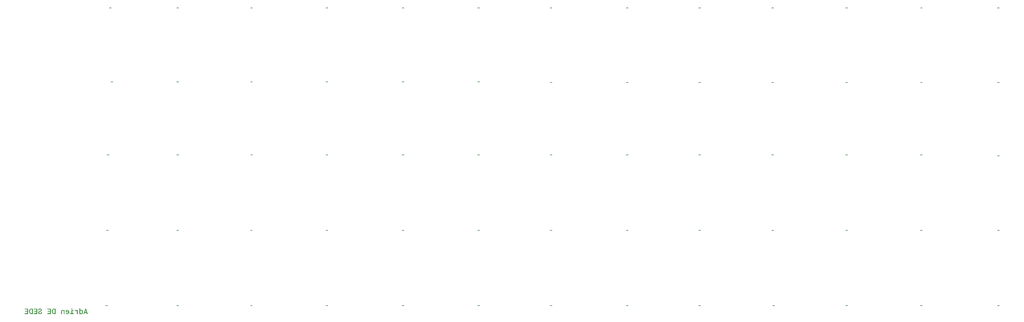
<source format=gbo>
G04 ---------------------------- Layer name :BOTTOM SILK LAYER*
G04 EasyEDA v5.4.12, Fri, 01 Jun 2018 01:53:27 GMT*
G04 b752a15d14d94793b98c049bcf485ef1*
G04 Gerber Generator version 0.2*
G04 Scale: 100 percent, Rotated: No, Reflected: No *
G04 Dimensions in millimeters *
G04 leading zeros omitted , absolute positions ,3 integer and 3 decimal *
%FSLAX33Y33*%
%MOMM*%
G90*
G71D02*

%ADD17C,0.150114*%

%LPD*%
G54D17*
G01X31602Y85495D02*
G01X31102Y85495D01*
G01X49601Y85497D02*
G01X49100Y85497D01*
G01X69400Y85497D02*
G01X68900Y85497D01*
G01X89601Y85497D02*
G01X89100Y85497D01*
G01X109999Y85497D02*
G01X109499Y85497D01*
G01X130202Y85495D02*
G01X129702Y85495D01*
G01X149603Y85495D02*
G01X149103Y85495D01*
G01X169999Y85497D02*
G01X169499Y85497D01*
G01X189402Y85495D02*
G01X188902Y85495D01*
G01X209001Y85495D02*
G01X208500Y85495D01*
G01X228800Y85497D02*
G01X228300Y85497D01*
G01X248803Y85495D02*
G01X248302Y85495D01*
G01X269402Y85495D02*
G01X268902Y85495D01*
G01X32004Y65695D02*
G01X31503Y65695D01*
G01X49601Y65698D02*
G01X49100Y65698D01*
G01X69400Y65698D02*
G01X68900Y65698D01*
G01X89601Y65698D02*
G01X89100Y65698D01*
G01X109999Y65698D02*
G01X109499Y65698D01*
G01X130200Y65698D02*
G01X129700Y65698D01*
G01X149600Y65497D02*
G01X149100Y65497D01*
G01X169999Y65497D02*
G01X169499Y65497D01*
G01X189400Y65497D02*
G01X188899Y65497D01*
G01X209001Y65495D02*
G01X208500Y65495D01*
G01X228803Y65495D02*
G01X228302Y65495D01*
G01X248803Y65495D02*
G01X248302Y65495D01*
G01X269402Y65495D02*
G01X268902Y65495D01*
G01X31000Y46097D02*
G01X30500Y46097D01*
G01X49603Y46094D02*
G01X49103Y46094D01*
G01X69400Y46097D02*
G01X68900Y46097D01*
G01X89603Y46094D02*
G01X89103Y46094D01*
G01X109999Y46097D02*
G01X109499Y46097D01*
G01X130202Y46094D02*
G01X129702Y46094D01*
G01X149600Y46097D02*
G01X149100Y46097D01*
G01X169999Y46097D02*
G01X169499Y46097D01*
G01X189400Y46097D02*
G01X188899Y46097D01*
G01X209001Y46097D02*
G01X208500Y46097D01*
G01X228800Y46097D02*
G01X228300Y46097D01*
G01X248800Y46097D02*
G01X248300Y46097D01*
G01X269400Y45896D02*
G01X268899Y45896D01*
G01X30800Y25896D02*
G01X30299Y25896D01*
G01X49603Y25896D02*
G01X49103Y25896D01*
G01X69400Y25896D02*
G01X68900Y25896D01*
G01X89601Y25896D02*
G01X89100Y25896D01*
G01X109999Y25896D02*
G01X109499Y25896D01*
G01X130200Y25896D02*
G01X129700Y25896D01*
G01X149603Y25896D02*
G01X149103Y25896D01*
G01X169999Y25896D02*
G01X169499Y25896D01*
G01X189400Y25896D02*
G01X188899Y25896D01*
G01X209001Y25896D02*
G01X208500Y25896D01*
G01X228800Y25896D02*
G01X228300Y25896D01*
G01X248800Y25896D02*
G01X248300Y25896D01*
G01X269400Y25896D02*
G01X268899Y25896D01*
G01X30601Y5698D02*
G01X30101Y5698D01*
G01X49603Y5695D02*
G01X49103Y5695D01*
G01X69400Y5698D02*
G01X68900Y5698D01*
G01X89601Y5698D02*
G01X89100Y5698D01*
G01X109999Y5698D02*
G01X109499Y5698D01*
G01X130200Y5698D02*
G01X129700Y5698D01*
G01X149600Y5698D02*
G01X149100Y5698D01*
G01X169999Y5698D02*
G01X169499Y5698D01*
G01X189400Y5698D02*
G01X188899Y5698D01*
G01X209199Y5698D02*
G01X208699Y5698D01*
G01X228800Y5698D02*
G01X228300Y5698D01*
G01X248800Y5698D02*
G01X248300Y5698D01*
G01X269402Y5695D02*
G01X268902Y5695D01*

%LPD*%
G36*
G01X19875Y3457D02*
G01X19817Y3455D01*
G01X19777Y3456D01*
G01X19739Y3459D01*
G01X19702Y3465D01*
G01X19667Y3472D01*
G01X19635Y3482D01*
G01X19603Y3493D01*
G01X19574Y3505D01*
G01X19545Y3518D01*
G01X19519Y3533D01*
G01X19495Y3548D01*
G01X19472Y3564D01*
G01X19451Y3582D01*
G01X19432Y3601D01*
G01X19414Y3620D01*
G01X19398Y3639D01*
G01X19385Y3658D01*
G01X19512Y3780D01*
G01X19538Y3750D01*
G01X19567Y3723D01*
G01X19600Y3701D01*
G01X19636Y3681D01*
G01X19675Y3665D01*
G01X19715Y3654D01*
G01X19758Y3648D01*
G01X19801Y3645D01*
G01X19834Y3647D01*
G01X19864Y3651D01*
G01X19893Y3658D01*
G01X19921Y3668D01*
G01X19947Y3680D01*
G01X19971Y3693D01*
G01X19994Y3710D01*
G01X20015Y3729D01*
G01X20034Y3749D01*
G01X20052Y3771D01*
G01X20067Y3795D01*
G01X20081Y3820D01*
G01X20091Y3848D01*
G01X20100Y3876D01*
G01X20107Y3906D01*
G01X20111Y3937D01*
G01X19367Y3937D01*
G01X19367Y4039D01*
G01X19369Y4095D01*
G01X19375Y4150D01*
G01X19384Y4202D01*
G01X19397Y4252D01*
G01X19415Y4299D01*
G01X19436Y4343D01*
G01X19460Y4383D01*
G01X19489Y4420D01*
G01X19520Y4453D01*
G01X19556Y4483D01*
G01X19595Y4508D01*
G01X19639Y4529D01*
G01X19685Y4547D01*
G01X19735Y4560D01*
G01X19788Y4567D01*
G01X19845Y4570D01*
G01X19895Y4567D01*
G01X19944Y4560D01*
G01X19991Y4547D01*
G01X20038Y4529D01*
G01X20082Y4508D01*
G01X20123Y4483D01*
G01X20162Y4453D01*
G01X20198Y4420D01*
G01X20230Y4381D01*
G01X20260Y4339D01*
G01X20285Y4294D01*
G01X20307Y4245D01*
G01X20326Y4192D01*
G01X20339Y4136D01*
G01X20347Y4076D01*
G01X20350Y4013D01*
G01X20350Y3973D01*
G01X20347Y3919D01*
G01X20340Y3867D01*
G01X20327Y3816D01*
G01X20309Y3767D01*
G01X20289Y3722D01*
G01X20264Y3680D01*
G01X20235Y3641D01*
G01X20203Y3605D01*
G01X20166Y3571D01*
G01X20125Y3542D01*
G01X20080Y3517D01*
G01X20032Y3495D01*
G01X19983Y3478D01*
G01X19930Y3465D01*
G01X19875Y3457D01*
G37*

%LPC*%
G36*
G01X19601Y4130D02*
G01X19601Y4113D01*
G01X20104Y4113D01*
G01X20098Y4142D01*
G01X20090Y4171D01*
G01X20081Y4198D01*
G01X20071Y4224D01*
G01X20059Y4248D01*
G01X20045Y4269D01*
G01X20031Y4290D01*
G01X20015Y4308D01*
G01X19996Y4324D01*
G01X19978Y4338D01*
G01X19957Y4349D01*
G01X19936Y4359D01*
G01X19915Y4367D01*
G01X19893Y4372D01*
G01X19869Y4376D01*
G01X19845Y4377D01*
G01X19815Y4376D01*
G01X19788Y4372D01*
G01X19763Y4366D01*
G01X19740Y4356D01*
G01X19719Y4345D01*
G01X19699Y4332D01*
G01X19680Y4317D01*
G01X19664Y4300D01*
G01X19650Y4282D01*
G01X19638Y4263D01*
G01X19627Y4243D01*
G01X19618Y4222D01*
G01X19612Y4200D01*
G01X19607Y4178D01*
G01X19603Y4154D01*
G01X19601Y4130D01*
G37*

%LPD*%
G36*
G01X23629Y3457D02*
G01X23581Y3455D01*
G01X23536Y3457D01*
G01X23493Y3463D01*
G01X23453Y3473D01*
G01X23416Y3488D01*
G01X23382Y3506D01*
G01X23350Y3528D01*
G01X23321Y3554D01*
G01X23294Y3584D01*
G01X23284Y3475D01*
G01X23068Y3475D01*
G01X23068Y4999D01*
G01X23307Y4999D01*
G01X23307Y4450D01*
G01X23333Y4478D01*
G01X23361Y4502D01*
G01X23391Y4522D01*
G01X23423Y4539D01*
G01X23459Y4552D01*
G01X23497Y4562D01*
G01X23536Y4568D01*
G01X23578Y4570D01*
G01X23627Y4567D01*
G01X23672Y4560D01*
G01X23715Y4547D01*
G01X23756Y4529D01*
G01X23794Y4507D01*
G01X23829Y4481D01*
G01X23861Y4451D01*
G01X23891Y4417D01*
G01X23917Y4379D01*
G01X23941Y4337D01*
G01X23960Y4291D01*
G01X23977Y4242D01*
G01X23989Y4191D01*
G01X23998Y4137D01*
G01X24004Y4081D01*
G01X24005Y4021D01*
G01X24005Y3998D01*
G01X24004Y3941D01*
G01X23998Y3886D01*
G01X23989Y3833D01*
G01X23977Y3782D01*
G01X23960Y3735D01*
G01X23941Y3690D01*
G01X23917Y3648D01*
G01X23891Y3610D01*
G01X23861Y3576D01*
G01X23829Y3546D01*
G01X23794Y3519D01*
G01X23756Y3495D01*
G01X23716Y3478D01*
G01X23674Y3465D01*
G01X23629Y3457D01*
G37*

%LPC*%
G36*
G01X23481Y3653D02*
G01X23520Y3650D01*
G01X23552Y3652D01*
G01X23582Y3657D01*
G01X23609Y3666D01*
G01X23634Y3678D01*
G01X23656Y3692D01*
G01X23676Y3709D01*
G01X23694Y3729D01*
G01X23710Y3752D01*
G01X23725Y3777D01*
G01X23737Y3804D01*
G01X23747Y3833D01*
G01X23756Y3864D01*
G01X23762Y3896D01*
G01X23766Y3929D01*
G01X23768Y3963D01*
G01X23769Y3998D01*
G01X23769Y4021D01*
G01X23768Y4056D01*
G01X23765Y4090D01*
G01X23760Y4124D01*
G01X23754Y4156D01*
G01X23746Y4188D01*
G01X23737Y4217D01*
G01X23725Y4245D01*
G01X23710Y4270D01*
G01X23694Y4293D01*
G01X23676Y4313D01*
G01X23655Y4331D01*
G01X23632Y4346D01*
G01X23608Y4358D01*
G01X23581Y4367D01*
G01X23552Y4373D01*
G01X23520Y4374D01*
G01X23482Y4372D01*
G01X23448Y4366D01*
G01X23416Y4354D01*
G01X23388Y4339D01*
G01X23364Y4321D01*
G01X23342Y4299D01*
G01X23323Y4275D01*
G01X23307Y4247D01*
G01X23307Y3780D01*
G01X23323Y3752D01*
G01X23342Y3727D01*
G01X23364Y3705D01*
G01X23388Y3686D01*
G01X23415Y3671D01*
G01X23446Y3659D01*
G01X23481Y3653D01*
G37*

%LPD*%
G36*
G01X12545Y3458D02*
G01X12512Y3457D01*
G01X12463Y3459D01*
G01X12415Y3464D01*
G01X12369Y3471D01*
G01X12324Y3483D01*
G01X12279Y3497D01*
G01X12238Y3514D01*
G01X12200Y3533D01*
G01X12164Y3556D01*
G01X12131Y3583D01*
G01X12102Y3613D01*
G01X12077Y3645D01*
G01X12054Y3681D01*
G01X12037Y3718D01*
G01X12024Y3758D01*
G01X12016Y3802D01*
G01X12014Y3848D01*
G01X12016Y3894D01*
G01X12023Y3937D01*
G01X12035Y3978D01*
G01X12052Y4016D01*
G01X12072Y4051D01*
G01X12094Y4084D01*
G01X12121Y4114D01*
G01X12151Y4143D01*
G01X12183Y4169D01*
G01X12218Y4193D01*
G01X12256Y4216D01*
G01X12296Y4237D01*
G01X12337Y4255D01*
G01X12379Y4273D01*
G01X12424Y4288D01*
G01X12468Y4303D01*
G01X12497Y4311D01*
G01X12526Y4320D01*
G01X12553Y4329D01*
G01X12580Y4339D01*
G01X12607Y4349D01*
G01X12631Y4361D01*
G01X12655Y4374D01*
G01X12677Y4387D01*
G01X12696Y4402D01*
G01X12714Y4417D01*
G01X12729Y4435D01*
G01X12743Y4453D01*
G01X12755Y4473D01*
G01X12764Y4494D01*
G01X12769Y4517D01*
G01X12771Y4542D01*
G01X12770Y4564D01*
G01X12766Y4585D01*
G01X12759Y4606D01*
G01X12750Y4626D01*
G01X12741Y4644D01*
G01X12729Y4661D01*
G01X12715Y4677D01*
G01X12700Y4692D01*
G01X12682Y4704D01*
G01X12663Y4715D01*
G01X12643Y4724D01*
G01X12621Y4732D01*
G01X12597Y4738D01*
G01X12574Y4742D01*
G01X12548Y4744D01*
G01X12522Y4745D01*
G01X12491Y4744D01*
G01X12462Y4740D01*
G01X12435Y4735D01*
G01X12410Y4727D01*
G01X12387Y4718D01*
G01X12366Y4706D01*
G01X12346Y4692D01*
G01X12329Y4676D01*
G01X12313Y4659D01*
G01X12300Y4640D01*
G01X12288Y4620D01*
G01X12278Y4598D01*
G01X12270Y4575D01*
G01X12264Y4551D01*
G01X12259Y4526D01*
G01X12255Y4499D01*
G01X12016Y4499D01*
G01X12020Y4547D01*
G01X12028Y4593D01*
G01X12040Y4637D01*
G01X12057Y4679D01*
G01X12079Y4718D01*
G01X12105Y4754D01*
G01X12134Y4787D01*
G01X12166Y4816D01*
G01X12201Y4844D01*
G01X12239Y4868D01*
G01X12279Y4890D01*
G01X12324Y4908D01*
G01X12370Y4922D01*
G01X12419Y4932D01*
G01X12468Y4939D01*
G01X12519Y4941D01*
G01X12567Y4939D01*
G01X12614Y4933D01*
G01X12660Y4925D01*
G01X12705Y4913D01*
G01X12748Y4897D01*
G01X12788Y4879D01*
G01X12827Y4857D01*
G01X12862Y4831D01*
G01X12894Y4804D01*
G01X12922Y4775D01*
G01X12947Y4742D01*
G01X12969Y4707D01*
G01X12987Y4669D01*
G01X12999Y4628D01*
G01X13007Y4585D01*
G01X13009Y4539D01*
G01X13007Y4494D01*
G01X12999Y4452D01*
G01X12987Y4413D01*
G01X12969Y4377D01*
G01X12947Y4342D01*
G01X12923Y4310D01*
G01X12895Y4280D01*
G01X12865Y4252D01*
G01X12831Y4227D01*
G01X12795Y4203D01*
G01X12757Y4181D01*
G01X12717Y4161D01*
G01X12675Y4144D01*
G01X12633Y4128D01*
G01X12590Y4113D01*
G01X12547Y4100D01*
G01X12516Y4091D01*
G01X12486Y4081D01*
G01X12458Y4070D01*
G01X12430Y4059D01*
G01X12404Y4047D01*
G01X12380Y4034D01*
G01X12358Y4021D01*
G01X12336Y4006D01*
G01X12319Y3991D01*
G01X12303Y3975D01*
G01X12289Y3957D01*
G01X12278Y3937D01*
G01X12268Y3917D01*
G01X12261Y3896D01*
G01X12257Y3873D01*
G01X12255Y3848D01*
G01X12257Y3825D01*
G01X12260Y3803D01*
G01X12267Y3782D01*
G01X12275Y3762D01*
G01X12286Y3744D01*
G01X12300Y3728D01*
G01X12314Y3714D01*
G01X12331Y3701D01*
G01X12349Y3689D01*
G01X12368Y3678D01*
G01X12390Y3669D01*
G01X12412Y3660D01*
G01X12436Y3655D01*
G01X12460Y3651D01*
G01X12486Y3649D01*
G01X12512Y3648D01*
G01X12543Y3649D01*
G01X12573Y3652D01*
G01X12601Y3658D01*
G01X12628Y3665D01*
G01X12654Y3674D01*
G01X12679Y3685D01*
G01X12702Y3699D01*
G01X12722Y3714D01*
G01X12741Y3732D01*
G01X12757Y3751D01*
G01X12773Y3772D01*
G01X12786Y3795D01*
G01X12797Y3820D01*
G01X12805Y3848D01*
G01X12810Y3877D01*
G01X12814Y3909D01*
G01X13053Y3909D01*
G01X13051Y3872D01*
G01X13047Y3837D01*
G01X13040Y3804D01*
G01X13030Y3772D01*
G01X13019Y3742D01*
G01X13005Y3714D01*
G01X12990Y3686D01*
G01X12971Y3660D01*
G01X12951Y3636D01*
G01X12930Y3613D01*
G01X12906Y3591D01*
G01X12880Y3572D01*
G01X12854Y3553D01*
G01X12827Y3536D01*
G01X12798Y3522D01*
G01X12768Y3508D01*
G01X12739Y3496D01*
G01X12708Y3486D01*
G01X12676Y3477D01*
G01X12644Y3470D01*
G01X12611Y3464D01*
G01X12578Y3460D01*
G01X12545Y3458D01*
G37*

%LPC*%

%LPD*%
G36*
G01X9334Y3475D02*
G01X8399Y3475D01*
G01X8399Y3671D01*
G01X9095Y3671D01*
G01X9095Y4123D01*
G01X8501Y4123D01*
G01X8501Y4316D01*
G01X9095Y4316D01*
G01X9095Y4722D01*
G01X8407Y4722D01*
G01X8407Y4920D01*
G01X9334Y4920D01*
G01X9334Y3475D01*
G37*

%LPC*%

%LPD*%
G36*
G01X10579Y3475D02*
G01X10218Y3475D01*
G01X10080Y3487D01*
G01X9956Y3523D01*
G01X9900Y3550D01*
G01X9848Y3582D01*
G01X9800Y3619D01*
G01X9756Y3660D01*
G01X9718Y3706D01*
G01X9684Y3756D01*
G01X9654Y3811D01*
G01X9629Y3871D01*
G01X9596Y4000D01*
G01X9583Y4143D01*
G01X9583Y4252D01*
G01X9596Y4393D01*
G01X9629Y4521D01*
G01X9654Y4581D01*
G01X9684Y4636D01*
G01X9718Y4687D01*
G01X9756Y4732D01*
G01X9800Y4774D01*
G01X9849Y4811D01*
G01X9901Y4843D01*
G01X9959Y4869D01*
G01X10084Y4907D01*
G01X10226Y4920D01*
G01X10579Y4920D01*
G01X10579Y3475D01*
G37*

%LPC*%
G36*
G01X10171Y3669D02*
G01X10218Y3665D01*
G01X10337Y3665D01*
G01X10337Y4727D01*
G01X10226Y4727D01*
G01X10177Y4725D01*
G01X10131Y4719D01*
G01X10089Y4707D01*
G01X10050Y4692D01*
G01X10014Y4672D01*
G01X9981Y4649D01*
G01X9952Y4623D01*
G01X9926Y4593D01*
G01X9902Y4560D01*
G01X9882Y4523D01*
G01X9865Y4484D01*
G01X9852Y4443D01*
G01X9841Y4399D01*
G01X9833Y4352D01*
G01X9828Y4303D01*
G01X9827Y4252D01*
G01X9827Y4143D01*
G01X9828Y4090D01*
G01X9833Y4039D01*
G01X9841Y3992D01*
G01X9852Y3947D01*
G01X9865Y3906D01*
G01X9882Y3867D01*
G01X9901Y3831D01*
G01X9923Y3798D01*
G01X9950Y3769D01*
G01X9980Y3743D01*
G01X10013Y3720D01*
G01X10048Y3701D01*
G01X10086Y3686D01*
G01X10127Y3676D01*
G01X10171Y3669D01*
G37*

%LPD*%
G36*
G01X11772Y3475D02*
G01X10838Y3475D01*
G01X10838Y3671D01*
G01X11534Y3671D01*
G01X11534Y4123D01*
G01X10939Y4123D01*
G01X10939Y4316D01*
G01X11534Y4316D01*
G01X11534Y4722D01*
G01X10845Y4722D01*
G01X10845Y4920D01*
G01X11772Y4920D01*
G01X11772Y3475D01*
G37*

%LPC*%

%LPD*%
G36*
G01X15433Y3475D02*
G01X14498Y3475D01*
G01X14498Y3671D01*
G01X15194Y3671D01*
G01X15194Y4123D01*
G01X14599Y4123D01*
G01X14599Y4316D01*
G01X15194Y4316D01*
G01X15194Y4722D01*
G01X14503Y4722D01*
G01X14503Y4920D01*
G01X15433Y4920D01*
G01X15433Y3475D01*
G37*

%LPC*%

%LPD*%
G36*
G01X16675Y3475D02*
G01X16316Y3475D01*
G01X16177Y3487D01*
G01X16052Y3523D01*
G01X15996Y3550D01*
G01X15945Y3582D01*
G01X15897Y3619D01*
G01X15854Y3660D01*
G01X15815Y3706D01*
G01X15781Y3756D01*
G01X15752Y3811D01*
G01X15727Y3871D01*
G01X15693Y4000D01*
G01X15681Y4143D01*
G01X15681Y4252D01*
G01X15693Y4393D01*
G01X15727Y4521D01*
G01X15752Y4581D01*
G01X15781Y4636D01*
G01X15815Y4687D01*
G01X15854Y4732D01*
G01X15897Y4774D01*
G01X15945Y4811D01*
G01X15997Y4843D01*
G01X16055Y4869D01*
G01X16181Y4907D01*
G01X16322Y4920D01*
G01X16675Y4920D01*
G01X16675Y3475D01*
G37*

%LPC*%
G36*
G01X16269Y3669D02*
G01X16316Y3665D01*
G01X16433Y3665D01*
G01X16433Y4727D01*
G01X16322Y4727D01*
G01X16274Y4725D01*
G01X16229Y4719D01*
G01X16186Y4707D01*
G01X16146Y4692D01*
G01X16111Y4672D01*
G01X16079Y4649D01*
G01X16049Y4623D01*
G01X16022Y4593D01*
G01X15999Y4560D01*
G01X15980Y4523D01*
G01X15962Y4484D01*
G01X15948Y4443D01*
G01X15937Y4399D01*
G01X15929Y4352D01*
G01X15924Y4303D01*
G01X15923Y4252D01*
G01X15923Y4143D01*
G01X15924Y4090D01*
G01X15929Y4039D01*
G01X15937Y3992D01*
G01X15948Y3947D01*
G01X15962Y3906D01*
G01X15979Y3867D01*
G01X15999Y3831D01*
G01X16022Y3798D01*
G01X16048Y3769D01*
G01X16077Y3743D01*
G01X16109Y3720D01*
G01X16144Y3701D01*
G01X16182Y3686D01*
G01X16224Y3676D01*
G01X16269Y3669D01*
G37*

%LPD*%
G36*
G01X18409Y3475D02*
G01X18171Y3475D01*
G01X18171Y4146D01*
G01X18173Y4200D01*
G01X18178Y4251D01*
G01X18186Y4297D01*
G01X18199Y4339D01*
G01X18214Y4377D01*
G01X18232Y4412D01*
G01X18252Y4443D01*
G01X18275Y4471D01*
G01X18300Y4495D01*
G01X18328Y4514D01*
G01X18359Y4531D01*
G01X18392Y4544D01*
G01X18427Y4555D01*
G01X18463Y4564D01*
G01X18502Y4568D01*
G01X18542Y4570D01*
G01X18591Y4567D01*
G01X18639Y4559D01*
G01X18684Y4544D01*
G01X18727Y4524D01*
G01X18766Y4500D01*
G01X18803Y4471D01*
G01X18836Y4438D01*
G01X18867Y4400D01*
G01X18882Y4549D01*
G01X19098Y4549D01*
G01X19098Y3475D01*
G01X18859Y3475D01*
G01X18859Y4245D01*
G01X18840Y4274D01*
G01X18818Y4298D01*
G01X18793Y4320D01*
G01X18765Y4339D01*
G01X18735Y4354D01*
G01X18702Y4366D01*
G01X18666Y4372D01*
G01X18628Y4374D01*
G01X18603Y4374D01*
G01X18580Y4371D01*
G01X18558Y4367D01*
G01X18536Y4361D01*
G01X18517Y4355D01*
G01X18499Y4347D01*
G01X18483Y4336D01*
G01X18468Y4323D01*
G01X18455Y4310D01*
G01X18443Y4293D01*
G01X18433Y4274D01*
G01X18425Y4252D01*
G01X18418Y4229D01*
G01X18413Y4203D01*
G01X18410Y4174D01*
G01X18409Y4143D01*
G01X18409Y3475D01*
G37*

%LPC*%

%LPD*%
G36*
G01X21483Y3475D02*
G01X20594Y3475D01*
G01X20594Y3671D01*
G01X20911Y3671D01*
G01X20911Y4549D01*
G01X21483Y4549D01*
G01X21483Y4351D01*
G01X21150Y4351D01*
G01X21150Y3671D01*
G01X21483Y3671D01*
G01X21483Y3475D01*
G37*

%LPC*%

%LPD*%
G36*
G01X22606Y3475D02*
G01X22369Y3475D01*
G01X22369Y4146D01*
G01X22349Y4188D01*
G01X22325Y4224D01*
G01X22296Y4256D01*
G01X22263Y4283D01*
G01X22223Y4305D01*
G01X22178Y4321D01*
G01X22126Y4330D01*
G01X22070Y4334D01*
G01X22016Y4332D01*
G01X21962Y4327D01*
G01X21908Y4319D01*
G01X21854Y4308D01*
G01X21821Y4542D01*
G01X21829Y4544D01*
G01X21837Y4547D01*
G01X21847Y4549D01*
G01X21856Y4552D01*
G01X21868Y4554D01*
G01X21880Y4557D01*
G01X21892Y4558D01*
G01X21904Y4560D01*
G01X21919Y4562D01*
G01X21932Y4564D01*
G01X21947Y4566D01*
G01X21960Y4567D01*
G01X21975Y4568D01*
G01X21989Y4569D01*
G01X22004Y4570D01*
G01X22019Y4570D01*
G01X22072Y4567D01*
G01X22123Y4557D01*
G01X22171Y4541D01*
G01X22217Y4519D01*
G01X22261Y4491D01*
G01X22302Y4459D01*
G01X22338Y4423D01*
G01X22372Y4382D01*
G01X22385Y4549D01*
G01X22606Y4549D01*
G01X22606Y3475D01*
G37*

%LPC*%

%LPD*%
G36*
G01X24401Y3475D02*
G01X24157Y3475D01*
G01X24617Y4920D01*
G01X24825Y4920D01*
G01X25295Y3475D01*
G01X25049Y3475D01*
G01X24950Y3810D01*
G01X24500Y3810D01*
G01X24401Y3475D01*
G37*

%LPC*%
G36*
G01X24721Y4580D02*
G01X24559Y4013D01*
G01X24889Y4013D01*
G01X24721Y4580D01*
G37*

%LPD*%
G36*
G01X21066Y4702D02*
G01X21036Y4699D01*
G01X21005Y4702D01*
G01X20977Y4708D01*
G01X20952Y4720D01*
G01X20932Y4735D01*
G01X20916Y4754D01*
G01X20905Y4775D01*
G01X20899Y4800D01*
G01X20896Y4826D01*
G01X20899Y4853D01*
G01X20905Y4877D01*
G01X20916Y4899D01*
G01X20932Y4918D01*
G01X20952Y4933D01*
G01X20977Y4945D01*
G01X21005Y4951D01*
G01X21036Y4953D01*
G01X21066Y4951D01*
G01X21093Y4945D01*
G01X21116Y4933D01*
G01X21135Y4918D01*
G01X21151Y4899D01*
G01X21162Y4877D01*
G01X21168Y4853D01*
G01X21170Y4826D01*
G01X21168Y4800D01*
G01X21162Y4775D01*
G01X21151Y4754D01*
G01X21135Y4735D01*
G01X21116Y4720D01*
G01X21092Y4708D01*
G01X21066Y4702D01*
G37*

%LPC*%

%LPD*%
M00*
M02*

</source>
